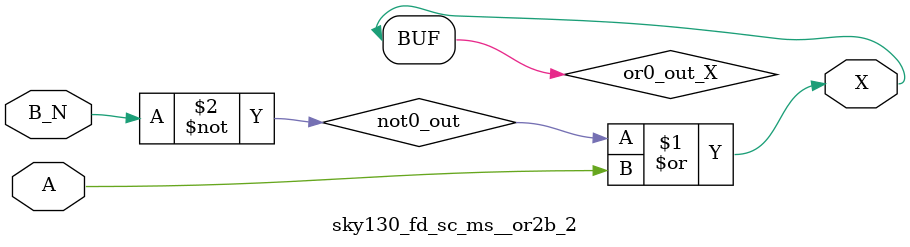
<source format=v>
/*
 * Copyright 2020 The SkyWater PDK Authors
 *
 * Licensed under the Apache License, Version 2.0 (the "License");
 * you may not use this file except in compliance with the License.
 * You may obtain a copy of the License at
 *
 *     https://www.apache.org/licenses/LICENSE-2.0
 *
 * Unless required by applicable law or agreed to in writing, software
 * distributed under the License is distributed on an "AS IS" BASIS,
 * WITHOUT WARRANTIES OR CONDITIONS OF ANY KIND, either express or implied.
 * See the License for the specific language governing permissions and
 * limitations under the License.
 *
 * SPDX-License-Identifier: Apache-2.0
*/


`ifndef SKY130_FD_SC_MS__OR2B_2_FUNCTIONAL_V
`define SKY130_FD_SC_MS__OR2B_2_FUNCTIONAL_V

/**
 * or2b: 2-input OR, first input inverted.
 *
 * Verilog simulation functional model.
 */

`timescale 1ns / 1ps
`default_nettype none

`celldefine
module sky130_fd_sc_ms__or2b_2 (
    X  ,
    A  ,
    B_N
);

    // Module ports
    output X  ;
    input  A  ;
    input  B_N;

    // Local signals
    wire not0_out ;
    wire or0_out_X;

    //  Name  Output     Other arguments
    not not0 (not0_out , B_N            );
    or  or0  (or0_out_X, not0_out, A    );
    buf buf0 (X        , or0_out_X      );

endmodule
`endcelldefine

`default_nettype wire
`endif  // SKY130_FD_SC_MS__OR2B_2_FUNCTIONAL_V

</source>
